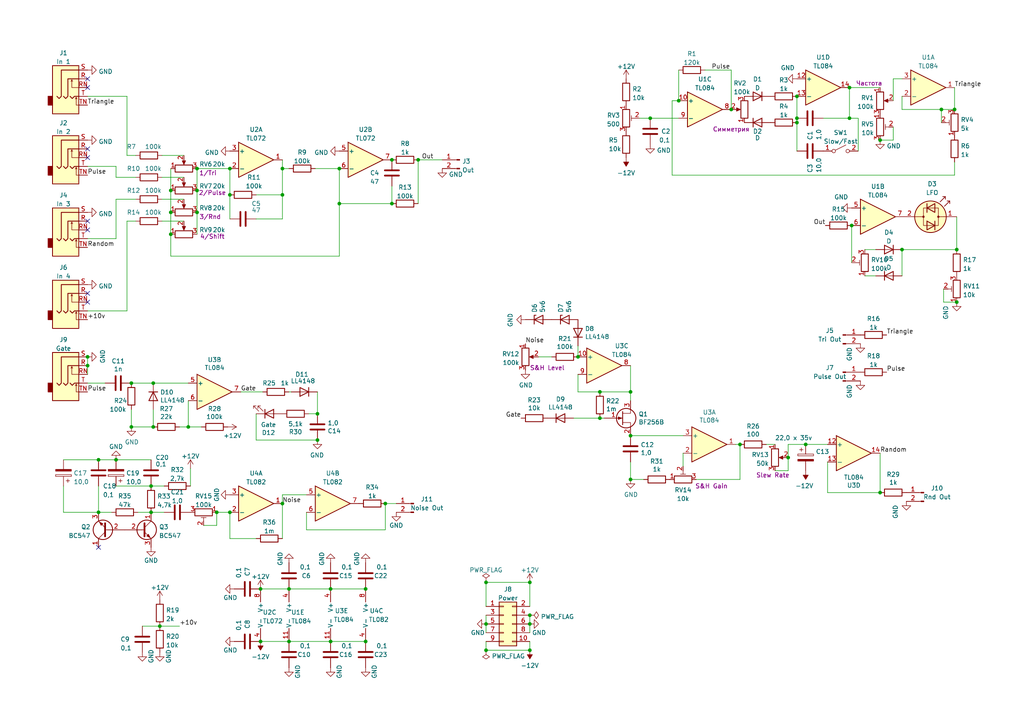
<source format=kicad_sch>
(kicad_sch (version 20211123) (generator eeschema)
  (paper "A4")
  (junction (at 38.1 123.825))
  (junction (at 98.425 48.895))
  (junction (at 255.27 40.64))
  (junction (at 44.45 111.125))
  (junction (at 113.665 46.355))
  (junction (at 43.815 140.97))
  (junction (at 83.82 186.055))
  (junction (at 182.88 126.365))
  (junction (at 153.67 168.91))
  (junction (at 75.565 186.055))
  (junction (at 182.88 113.665))
  (junction (at 28.575 148.59))
  (junction (at 66.675 148.59))
  (junction (at 276.86 31.75))
  (junction (at 106.045 170.815))
  (junction (at 75.565 170.815))
  (junction (at 92.075 120.015))
  (junction (at 98.425 59.055))
  (junction (at 231.14 35.56))
  (junction (at 153.67 178.435))
  (junction (at 277.495 72.39))
  (junction (at 173.99 121.285))
  (junction (at 113.665 59.055))
  (junction (at 54.61 123.825))
  (junction (at 153.67 188.595))
  (junction (at 255.27 142.875))
  (junction (at 25.4 106.045))
  (junction (at 214.63 128.905))
  (junction (at 46.355 181.61))
  (junction (at 261.62 72.39))
  (junction (at 28.575 133.35))
  (junction (at 188.595 34.29))
  (junction (at 81.915 146.05))
  (junction (at 81.915 48.895))
  (junction (at 49.53 55.245))
  (junction (at 246.38 34.29))
  (junction (at 57.15 61.595))
  (junction (at 95.885 170.815))
  (junction (at 231.14 34.29))
  (junction (at 246.38 25.4))
  (junction (at 277.495 87.63))
  (junction (at 228.6 132.715))
  (junction (at 25.4 103.505))
  (junction (at 57.15 48.895))
  (junction (at 231.14 27.94))
  (junction (at 49.53 67.945))
  (junction (at 121.285 46.355))
  (junction (at 81.915 56.515))
  (junction (at 66.675 56.515))
  (junction (at 62.865 148.59))
  (junction (at 140.97 168.91))
  (junction (at 38.1 111.125))
  (junction (at 66.675 48.895))
  (junction (at 153.67 180.975))
  (junction (at 49.53 61.595))
  (junction (at 140.97 180.975))
  (junction (at 196.85 29.21))
  (junction (at 273.05 31.75))
  (junction (at 57.15 55.245))
  (junction (at 212.09 31.75))
  (junction (at 33.655 133.35))
  (junction (at 173.99 113.665))
  (junction (at 111.76 146.05))
  (junction (at 233.68 128.905))
  (junction (at 95.885 186.055))
  (junction (at 167.64 103.505))
  (junction (at 43.815 148.59))
  (junction (at 92.075 127.635))
  (junction (at 247.015 65.405))
  (junction (at 182.88 139.065))
  (junction (at 106.045 186.055))
  (junction (at 140.97 188.595))
  (junction (at 83.82 170.815))
  (junction (at 44.45 123.825))
  (no_connect (at 25.4 66.675))
  (no_connect (at 25.4 25.4))
  (no_connect (at 25.4 64.135))
  (no_connect (at 25.4 22.86))
  (no_connect (at 25.4 45.72))
  (no_connect (at 25.4 43.18))
  (no_connect (at 28.575 158.75))
  (no_connect (at 25.4 87.63))
  (no_connect (at 25.4 85.09))
  (wire (pts (xy 238.76 34.29) (xy 246.38 34.29)))
  (wire (pts (xy 28.575 148.59) (xy 32.385 148.59)))
  (wire (pts (xy 276.86 50.8) (xy 194.945 50.8)))
  (wire (pts (xy 33.655 69.215) (xy 25.4 69.215)))
  (wire (pts (xy 49.53 55.245) (xy 49.53 61.595)))
  (wire (pts (xy 196.85 20.32) (xy 196.85 29.21)))
  (wire (pts (xy 89.535 120.015) (xy 92.075 120.015)))
  (wire (pts (xy 222.25 128.905) (xy 224.79 128.905)))
  (wire (pts (xy 194.945 29.21) (xy 196.85 29.21)))
  (wire (pts (xy 224.79 136.525) (xy 228.6 136.525)))
  (wire (pts (xy 213.36 128.905) (xy 214.63 128.905)))
  (wire (pts (xy 233.68 128.905) (xy 240.03 128.905)))
  (wire (pts (xy 54.61 116.205) (xy 54.61 123.825)))
  (wire (pts (xy 66.675 156.21) (xy 66.675 148.59)))
  (wire (pts (xy 231.14 27.94) (xy 231.14 34.29)))
  (wire (pts (xy 153.67 186.055) (xy 153.67 188.595)))
  (wire (pts (xy 111.76 146.05) (xy 114.935 146.05)))
  (wire (pts (xy 247.015 65.405) (xy 247.015 76.2)))
  (wire (pts (xy 57.15 61.595) (xy 57.15 67.945)))
  (wire (pts (xy 33.655 133.35) (xy 28.575 133.35)))
  (wire (pts (xy 75.565 186.055) (xy 83.82 186.055)))
  (wire (pts (xy 261.62 72.39) (xy 277.495 72.39)))
  (wire (pts (xy 261.62 31.75) (xy 273.05 31.75)))
  (wire (pts (xy 140.97 180.975) (xy 140.97 183.515)))
  (wire (pts (xy 111.76 146.05) (xy 111.76 153.67)))
  (wire (pts (xy 81.915 146.05) (xy 81.915 156.21)))
  (wire (pts (xy 81.915 63.5) (xy 81.915 56.515)))
  (wire (pts (xy 49.53 67.945) (xy 49.53 74.295)))
  (wire (pts (xy 43.815 140.97) (xy 47.625 140.97)))
  (wire (pts (xy 261.62 22.86) (xy 259.08 22.86)))
  (wire (pts (xy 39.37 51.435) (xy 33.655 51.435)))
  (wire (pts (xy 140.97 178.435) (xy 140.97 180.975)))
  (wire (pts (xy 276.86 46.99) (xy 276.86 50.8)))
  (wire (pts (xy 95.885 170.815) (xy 106.045 170.815)))
  (wire (pts (xy 167.64 108.585) (xy 167.64 113.665)))
  (wire (pts (xy 59.055 152.4) (xy 62.865 152.4)))
  (wire (pts (xy 198.12 131.445) (xy 198.12 135.255)))
  (wire (pts (xy 228.6 128.905) (xy 228.6 132.715)))
  (wire (pts (xy 33.655 57.785) (xy 33.655 69.215)))
  (wire (pts (xy 46.99 64.135) (xy 53.34 64.135)))
  (wire (pts (xy 33.655 48.26) (xy 25.4 48.26)))
  (wire (pts (xy 259.08 36.83) (xy 259.08 40.64)))
  (wire (pts (xy 204.47 20.32) (xy 212.09 20.32)))
  (wire (pts (xy 212.09 20.32) (xy 212.09 31.75)))
  (wire (pts (xy 74.295 63.5) (xy 81.915 63.5)))
  (wire (pts (xy 273.685 87.63) (xy 277.495 87.63)))
  (wire (pts (xy 46.99 57.785) (xy 53.34 57.785)))
  (wire (pts (xy 240.03 142.875) (xy 255.27 142.875)))
  (wire (pts (xy 74.295 127.635) (xy 92.075 127.635)))
  (wire (pts (xy 49.53 61.595) (xy 49.53 67.945)))
  (wire (pts (xy 111.76 153.67) (xy 88.9 153.67)))
  (wire (pts (xy 153.67 168.91) (xy 153.67 175.895)))
  (wire (pts (xy 38.1 123.825) (xy 44.45 123.825)))
  (wire (pts (xy 36.83 64.135) (xy 36.83 90.17)))
  (wire (pts (xy 95.885 186.055) (xy 106.045 186.055)))
  (wire (pts (xy 121.285 46.355) (xy 128.27 46.355)))
  (wire (pts (xy 46.355 181.61) (xy 52.07 181.61)))
  (wire (pts (xy 74.295 120.015) (xy 74.295 127.635)))
  (wire (pts (xy 113.665 53.975) (xy 113.665 59.055)))
  (wire (pts (xy 40.005 148.59) (xy 43.815 148.59)))
  (wire (pts (xy 233.68 128.905) (xy 228.6 128.905)))
  (wire (pts (xy 83.82 186.055) (xy 95.885 186.055)))
  (wire (pts (xy 185.42 34.29) (xy 188.595 34.29)))
  (wire (pts (xy 83.82 170.815) (xy 95.885 170.815)))
  (wire (pts (xy 167.64 103.505) (xy 167.64 100.33)))
  (wire (pts (xy 231.14 35.56) (xy 231.14 43.815)))
  (wire (pts (xy 75.565 170.815) (xy 83.82 170.815)))
  (wire (pts (xy 39.37 45.085) (xy 36.83 45.085)))
  (wire (pts (xy 182.88 126.365) (xy 198.12 126.365)))
  (wire (pts (xy 46.99 45.085) (xy 53.34 45.085)))
  (wire (pts (xy 175.26 121.285) (xy 173.99 121.285)))
  (wire (pts (xy 57.15 55.245) (xy 57.15 61.595)))
  (wire (pts (xy 167.64 113.665) (xy 173.99 113.665)))
  (wire (pts (xy 44.45 123.825) (xy 44.45 118.745)))
  (wire (pts (xy 36.83 90.17) (xy 25.4 90.17)))
  (wire (pts (xy 246.38 25.4) (xy 255.27 25.4)))
  (wire (pts (xy 140.97 188.595) (xy 140.97 186.055)))
  (wire (pts (xy 49.53 74.295) (xy 98.425 74.295)))
  (wire (pts (xy 166.37 121.285) (xy 173.99 121.285)))
  (wire (pts (xy 57.15 48.895) (xy 66.675 48.895)))
  (wire (pts (xy 81.915 143.51) (xy 81.915 146.05)))
  (wire (pts (xy 74.295 156.21) (xy 66.675 156.21)))
  (wire (pts (xy 153.67 178.435) (xy 153.67 180.975)))
  (wire (pts (xy 140.97 175.895) (xy 140.97 168.91)))
  (wire (pts (xy 273.05 31.75) (xy 273.05 35.56)))
  (wire (pts (xy 39.37 64.135) (xy 36.83 64.135)))
  (wire (pts (xy 98.425 48.895) (xy 98.425 59.055)))
  (wire (pts (xy 88.9 153.67) (xy 88.9 148.59)))
  (wire (pts (xy 62.865 148.59) (xy 66.675 148.59)))
  (wire (pts (xy 28.575 140.97) (xy 28.575 148.59)))
  (wire (pts (xy 173.99 113.665) (xy 182.88 113.665)))
  (wire (pts (xy 46.99 51.435) (xy 53.34 51.435)))
  (wire (pts (xy 58.42 123.825) (xy 54.61 123.825)))
  (wire (pts (xy 246.38 34.29) (xy 248.92 34.29)))
  (wire (pts (xy 121.285 46.355) (xy 121.285 59.055)))
  (wire (pts (xy 36.83 27.94) (xy 25.4 27.94)))
  (wire (pts (xy 88.9 143.51) (xy 81.915 143.51)))
  (wire (pts (xy 240.03 133.985) (xy 240.03 142.875)))
  (wire (pts (xy 49.53 48.895) (xy 49.53 55.245)))
  (wire (pts (xy 255.27 40.64) (xy 259.08 40.64)))
  (wire (pts (xy 248.92 43.815) (xy 248.92 34.29)))
  (wire (pts (xy 18.415 140.97) (xy 18.415 148.59)))
  (wire (pts (xy 246.38 34.29) (xy 246.38 25.4)))
  (wire (pts (xy 43.815 148.59) (xy 47.625 148.59)))
  (wire (pts (xy 250.825 72.39) (xy 254 72.39)))
  (wire (pts (xy 41.275 181.61) (xy 46.355 181.61)))
  (wire (pts (xy 52.07 123.825) (xy 54.61 123.825)))
  (wire (pts (xy 153.67 180.975) (xy 153.67 183.515)))
  (wire (pts (xy 273.05 31.75) (xy 276.86 31.75)))
  (wire (pts (xy 214.63 128.905) (xy 214.63 139.065)))
  (wire (pts (xy 98.425 59.055) (xy 113.665 59.055)))
  (wire (pts (xy 66.675 48.895) (xy 66.675 56.515)))
  (wire (pts (xy 228.6 132.715) (xy 228.6 136.525)))
  (wire (pts (xy 18.415 133.35) (xy 28.575 133.35)))
  (wire (pts (xy 91.44 48.895) (xy 98.425 48.895)))
  (wire (pts (xy 194.945 50.8) (xy 194.945 29.21)))
  (wire (pts (xy 182.88 113.665) (xy 182.88 106.045)))
  (wire (pts (xy 92.075 113.665) (xy 92.075 120.015)))
  (wire (pts (xy 261.62 72.39) (xy 261.62 80.01)))
  (wire (pts (xy 62.865 152.4) (xy 62.865 148.59)))
  (wire (pts (xy 156.21 103.505) (xy 160.02 103.505)))
  (wire (pts (xy 83.82 113.665) (xy 84.455 113.665)))
  (wire (pts (xy 276.86 31.75) (xy 276.86 25.4)))
  (wire (pts (xy 33.655 51.435) (xy 33.655 48.26)))
  (wire (pts (xy 25.4 103.505) (xy 25.4 106.045)))
  (wire (pts (xy 81.915 56.515) (xy 74.295 56.515)))
  (wire (pts (xy 81.915 48.895) (xy 83.82 48.895)))
  (wire (pts (xy 188.595 34.29) (xy 196.85 34.29)))
  (wire (pts (xy 81.915 46.355) (xy 81.915 48.895)))
  (wire (pts (xy 57.15 48.895) (xy 57.15 55.245)))
  (wire (pts (xy 259.08 22.86) (xy 259.08 29.21)))
  (wire (pts (xy 44.45 111.125) (xy 38.1 111.125)))
  (wire (pts (xy 33.655 140.97) (xy 43.815 140.97)))
  (wire (pts (xy 231.14 34.29) (xy 231.14 35.56)))
  (wire (pts (xy 201.93 139.065) (xy 214.63 139.065)))
  (wire (pts (xy 33.655 133.35) (xy 43.815 133.35)))
  (wire (pts (xy 81.915 48.895) (xy 81.915 56.515)))
  (wire (pts (xy 36.83 45.085) (xy 36.83 27.94)))
  (wire (pts (xy 277.495 62.865) (xy 277.495 72.39)))
  (wire (pts (xy 153.67 188.595) (xy 140.97 188.595)))
  (wire (pts (xy 66.675 56.515) (xy 66.675 63.5)))
  (wire (pts (xy 255.27 142.875) (xy 255.27 131.445)))
  (wire (pts (xy 18.415 148.59) (xy 28.575 148.59)))
  (wire (pts (xy 98.425 59.055) (xy 98.425 74.295)))
  (wire (pts (xy 25.4 111.125) (xy 30.48 111.125)))
  (wire (pts (xy 140.97 168.91) (xy 153.67 168.91)))
  (wire (pts (xy 182.88 139.065) (xy 182.88 133.985)))
  (wire (pts (xy 54.61 111.125) (xy 44.45 111.125)))
  (wire (pts (xy 186.69 139.065) (xy 182.88 139.065)))
  (wire (pts (xy 273.685 83.82) (xy 273.685 87.63)))
  (wire (pts (xy 38.1 118.745) (xy 38.1 123.825)))
  (wire (pts (xy 55.245 135.89) (xy 55.245 140.97)))
  (wire (pts (xy 182.88 116.205) (xy 182.88 113.665)))
  (wire (pts (xy 250.825 80.01) (xy 254 80.01)))
  (wire (pts (xy 39.37 57.785) (xy 33.655 57.785)))
  (wire (pts (xy 25.4 106.045) (xy 25.4 108.585)))
  (wire (pts (xy 69.85 113.665) (xy 76.2 113.665)))
  (wire (pts (xy 261.62 27.94) (xy 261.62 31.75)))
  (label "+10v" (at 25.4 92.71 0))
  (label "Gate" (at 151.13 121.285 180))
  (label "Gate" (at 69.85 113.665 0))
  (label "Pulse" (at 257.175 107.95 0))
  (label "Pulse" (at 25.4 50.8 0))
  (label "Random" (at 255.27 131.445 0))
  (label "Noise" (at 152.4 99.695 0))
  (label "Out" (at 239.395 65.405 180))
  (label "Triangle" (at 25.4 30.48 0))
  (label "Noise" (at 81.915 146.05 0))
  (label "Triangle" (at 257.175 97.155 0))
  (label "Pulse" (at 25.4 113.665 0))
  (label "Triangle" (at 276.86 25.4 0))
  (label "Out" (at 125.73 46.355 180))
  (label "Pulse" (at 206.375 20.32 0))
  (label "+10v" (at 52.07 181.61 0))
  (label "Random" (at 25.4 71.755 0))
  (symbol (lib_id "power:GND") (at 83.82 193.675 0) (unit 1)
    (property "Reference" "#PWR029" (effects hide))
    (property "Value" "GND" (at 86.36 196.85 90) (effects (justify left)))
  )
  (symbol (lib_id "power:GND") (at 25.4 61.595 90) (unit 1)
    (property "Reference" "#PWR012" (effects hide))
    (property "Value" "GND" (at 28.575 62.0288 90) (effects (justify right)))
  )
  (symbol (lib_id "Device:R_Potentiometer") (at 53.34 67.945 90) (unit 1)
    (property "Reference" "RV9" (at 59.69 66.675 90))
    (property "Value" "20k" (at 63.5 66.675 90))
    (property "Footprint" "Connector_PinHeader_2.54mm:PinHeader_1x03_P2.54mm_Vertical" (effects hide))
    (property "Label" "4/Shift" (at 61.595 68.58 90))
  )
  (symbol (lib_id "Amplifier_Operational:TL072") (at 74.295 46.355 0) (unit 1)
    (property "Reference" "U2" (at 74.295 37.5752 0))
    (property "Value" "TL072" (at 74.295 40.1121 0))
    (property "Footprint" "Package_DIP:DIP-8_W7.62mm_Socket_LongPads" (effects hide))
    (property "Datasheet" "http://www.ti.com/lit/ds/symlink/tl071.pdf" (effects hide))
  )
  (symbol (lib_id "power:GND") (at 114.935 148.59 0) (unit 1)
    (property "Reference" "#PWR044" (effects hide))
    (property "Value" "GND" (at 114.935 152.4 0))
  )
  (symbol (lib_id "Device:R") (at 70.485 56.515 90) (unit 1)
    (property "Reference" "R11" (at 73.66 51.435 90))
    (property "Value" "100k" (at 73.66 53.975 90))
    (property "Footprint" "Resistor_SMD:R_1206_3216Metric_Pad1.30x1.75mm_HandSolder" (effects hide))
  )
  (symbol (lib_id "Amplifier_Operational:TL084") (at 254.635 62.865 0) (unit 2)
    (property "Reference" "U1" (at 254.635 54.0852 0))
    (property "Value" "TL084" (at 254.635 56.6221 0))
    (property "Footprint" "Package_DIP:DIP-14_W7.62mm_Socket_LongPads" (effects hide))
    (property "Datasheet" "http://www.ti.com/lit/ds/symlink/tl081.pdf" (effects hide))
  )
  (symbol (lib_id "Device:R_Potentiometer_Trim") (at 59.055 148.59 270) (unit 1)
    (property "Reference" "RV15" (at 59.055 143.8742 90))
    (property "Value" "100k" (at 59.055 146.4111 90))
    (property "Footprint" "Potentiometer_THT:Potentiometer_Runtron_RM-065_Vertical" (effects hide))
  )
  (symbol (lib_id "Device:R") (at 227.33 27.94 90) (unit 1)
    (property "Reference" "R3" (at 227.33 23.2242 90))
    (property "Value" "1k" (at 227.33 25.7611 90))
    (property "Footprint" "Resistor_SMD:R_1206_3216Metric_Pad1.30x1.75mm_HandSolder" (effects hide))
  )
  (symbol (lib_id "power:-12V") (at 181.61 45.72 180) (unit 1)
    (property "Reference" "#PWR09" (effects hide))
    (property "Value" "-12V" (at 181.61 50.1634 0))
  )
  (symbol (lib_id "Device:R") (at 38.1 114.935 0) (unit 1)
    (property "Reference" "R24" (at 33.02 116.205 0) (effects (justify left)))
    (property "Value" "100k" (at 31.75 118.745 0) (effects (justify left)))
    (property "Footprint" "Resistor_SMD:R_1206_3216Metric_Pad1.30x1.75mm_HandSolder" (effects hide))
  )
  (symbol (lib_id "Amplifier_Operational:TL084") (at 98.425 178.435 0) (unit 5)
    (property "Reference" "U3" (at 99.06 177.165 0))
    (property "Value" "TL084" (at 99.695 179.705 0))
    (property "Footprint" "Package_DIP:DIP-14_W7.62mm_Socket_LongPads" (effects hide))
    (property "Datasheet" "http://www.ti.com/lit/ds/symlink/tl081.pdf" (effects hide))
  )
  (symbol (lib_id "power:GND") (at 43.815 158.75 0) (unit 1)
    (property "Reference" "#PWR045" (effects hide))
    (property "Value" "GND" (at 43.815 162.56 0))
  )
  (symbol (lib_id "Device:R") (at 43.815 144.78 0) (unit 1)
    (property "Reference" "R33" (at 45.593 143.9453 0) (effects (justify left)))
    (property "Value" "4,7k" (at 45.593 146.4822 0) (effects (justify left)))
    (property "Footprint" "Resistor_SMD:R_1206_3216Metric_Pad1.30x1.75mm_HandSolder" (effects hide))
  )
  (symbol (lib_id "Device:R") (at 43.18 45.085 90) (unit 1)
    (property "Reference" "R7" (at 38.1 42.545 90))
    (property "Value" "100k" (at 44.45 42.545 90))
    (property "Footprint" "Resistor_SMD:R_1206_3216Metric_Pad1.30x1.75mm_HandSolder" (effects hide))
  )
  (symbol (lib_id "Transistor_BJT:BC547") (at 41.275 153.67 0) (unit 1)
    (property "Reference" "Q3" (at 46.1264 152.8353 0) (effects (justify left)))
    (property "Value" "BC547" (at 46.1264 155.3722 0) (effects (justify left)))
    (property "Footprint" "Package_TO_SOT_THT:TO-92" (effects hide))
    (property "Datasheet" "https://www.onsemi.com/pub/Collateral/BC550-D.pdf" (effects hide))
  )
  (symbol (lib_id "Device:R") (at 154.94 121.285 270) (unit 1)
    (property "Reference" "R23" (at 154.94 116.0272 90))
    (property "Value" "10k" (at 154.94 118.3386 90))
    (property "Footprint" "Resistor_SMD:R_1206_3216Metric_Pad1.30x1.75mm_HandSolder" (effects hide))
  )
  (symbol (lib_id "power:GND") (at 25.4 20.32 90) (unit 1)
    (property "Reference" "#PWR01" (effects hide))
    (property "Value" "GND" (at 28.575 20.7538 90) (effects (justify right)))
  )
  (symbol (lib_id "Device:C") (at 106.045 167.005 0) (unit 1)
    (property "Reference" "C22" (at 112.395 167.005 0) (effects (justify right)))
    (property "Value" "0,1" (at 112.395 164.465 0) (effects (justify right)))
    (property "Footprint" "Capacitor_SMD:C_1206_3216Metric_Pad1.33x1.80mm_HandSolder" (effects hide))
  )
  (symbol (lib_id "Device:R") (at 253.365 97.155 90) (unit 1)
    (property "Reference" "R16" (at 253.365 92.4392 90))
    (property "Value" "1k" (at 253.365 94.9761 90))
    (property "Footprint" "Resistor_SMD:R_1206_3216Metric_Pad1.30x1.75mm_HandSolder" (effects hide))
  )
  (symbol (lib_id "Connector:Conn_01x02_Male") (at 267.97 142.875 0) (mirror y) (unit 1)
    (property "Reference" "J10" (at 271.78 141.605 0))
    (property "Value" "Rnd Out" (at 271.78 144.145 0))
    (property "Footprint" "Connector_PinHeader_2.54mm:PinHeader_1x02_P2.54mm_Vertical" (effects hide))
  )
  (symbol (lib_id "power:GND") (at 106.045 193.675 0) (unit 1)
    (property "Reference" "#PWR047" (effects hide))
    (property "Value" "GND" (at 108.585 196.85 90) (effects (justify left)))
  )
  (symbol (lib_id "Device:R") (at 51.435 140.97 90) (unit 1)
    (property "Reference" "R32" (at 51.435 136.2542 90))
    (property "Value" "2,7k" (at 51.435 138.7911 90))
    (property "Footprint" "Resistor_SMD:R_1206_3216Metric_Pad1.30x1.75mm_HandSolder" (effects hide))
  )
  (symbol (lib_id "Device:C") (at 95.885 167.005 0) (unit 1)
    (property "Reference" "C15" (at 102.235 167.005 0) (effects (justify right)))
    (property "Value" "0,1" (at 102.235 164.465 0) (effects (justify right)))
    (property "Footprint" "Capacitor_SMD:C_1206_3216Metric_Pad1.33x1.80mm_HandSolder" (effects hide))
  )
  (symbol (lib_id "Device:R") (at 46.355 177.8 0) (unit 1)
    (property "Reference" "R19" (at 48.133 176.9653 0) (effects (justify left)))
    (property "Value" "2k" (at 48.133 179.5022 0) (effects (justify left)))
    (property "Footprint" "Resistor_SMD:R_1206_3216Metric_Pad1.30x1.75mm_HandSolder" (effects hide))
  )
  (symbol (lib_id "power:GND") (at 182.88 139.065 0) (unit 1)
    (property "Reference" "#PWR035" (effects hide))
    (property "Value" "GND" (at 183.007 143.4592 0))
  )
  (symbol (lib_id "Device:R") (at 190.5 139.065 270) (unit 1)
    (property "Reference" "R31" (at 190.5 133.8072 90))
    (property "Value" "1k" (at 190.5 136.1186 90))
    (property "Footprint" "Resistor_SMD:R_1206_3216Metric_Pad1.30x1.75mm_HandSolder" (effects hide))
  )
  (symbol (lib_id "Device:R") (at 43.18 57.785 90) (unit 1)
    (property "Reference" "R12" (at 38.735 55.245 90))
    (property "Value" "100k" (at 44.45 55.245 90))
    (property "Footprint" "Resistor_SMD:R_1206_3216Metric_Pad1.30x1.75mm_HandSolder" (effects hide))
  )
  (symbol (lib_id "Device:D_Zener") (at 163.83 92.71 0) (unit 1)
    (property "Reference" "D7" (at 162.6616 90.7034 90) (effects (justify left)))
    (property "Value" "5v6" (at 164.973 90.7034 90) (effects (justify left)))
    (property "Footprint" "Diode_SMD:D_MiniMELF_Handsoldering" (effects hide))
  )
  (symbol (lib_id "Device:R") (at 218.44 128.905 270) (unit 1)
    (property "Reference" "R26" (at 218.44 123.6472 90))
    (property "Value" "100" (at 218.44 125.9586 90))
    (property "Footprint" "Resistor_SMD:R_1206_3216Metric_Pad1.30x1.75mm_HandSolder" (effects hide))
  )
  (symbol (lib_id "Device:Q_NJFET_GSD") (at 180.34 121.285 0) (unit 1)
    (property "Reference" "Q1" (at 185.1914 120.1166 0) (effects (justify left)))
    (property "Value" "BF256B" (at 185.1914 122.428 0) (effects (justify left)))
    (property "Footprint" "Package_TO_SOT_THT:TO-92" (effects hide))
  )
  (symbol (lib_id "Device:C") (at 51.435 148.59 90) (unit 1)
    (property "Reference" "C21" (at 51.435 142.7312 90))
    (property "Value" "1,0" (at 51.435 145.2681 90))
    (property "Footprint" "Capacitor_SMD:C_1206_3216Metric_Pad1.33x1.80mm_HandSolder" (effects hide))
  )
  (symbol (lib_id "Device:R") (at 253.365 107.95 90) (unit 1)
    (property "Reference" "R18" (at 253.365 103.2342 90))
    (property "Value" "1k" (at 253.365 105.7711 90))
    (property "Footprint" "Resistor_SMD:R_1206_3216Metric_Pad1.30x1.75mm_HandSolder" (effects hide))
  )
  (symbol (lib_id "power:GND") (at 66.675 143.51 270) (unit 1)
    (property "Reference" "#PWR042" (effects hide))
    (property "Value" "GND" (at 62.865 143.51 0))
  )
  (symbol (lib_id "power:+12V") (at 75.565 170.815 0) (unit 1)
    (property "Reference" "#PWR020" (effects hide))
    (property "Value" "+12V" (at 75.565 167.2392 0))
  )
  (symbol (lib_id "Device:R") (at 117.475 46.355 90) (unit 1)
    (property "Reference" "R8" (at 117.475 41.6392 90))
    (property "Value" "1k" (at 117.475 44.1761 90))
    (property "Footprint" "Resistor_SMD:R_1206_3216Metric_Pad1.30x1.75mm_HandSolder" (effects hide))
  )
  (symbol (lib_id "Amplifier_Operational:TL084") (at 175.26 106.045 0) (unit 3)
    (property "Reference" "U3" (at 180.34 100.33 0))
    (property "Value" "TL084" (at 180.34 102.87 0))
    (property "Footprint" "Package_DIP:DIP-14_W7.62mm_Socket_LongPads" (effects hide))
    (property "Datasheet" "http://www.ti.com/lit/ds/symlink/tl081.pdf" (effects hide))
  )
  (symbol (lib_id "Connector:Conn_01x02_Male") (at 244.475 97.155 0) (unit 1)
    (property "Reference" "J5" (at 240.665 95.885 0))
    (property "Value" "Tri Out" (at 240.665 98.425 0))
    (property "Footprint" "Connector_PinHeader_2.54mm:PinHeader_1x02_P2.54mm_Vertical" (effects hide))
  )
  (symbol (lib_id "power:-12V") (at 233.68 136.525 180) (unit 1)
    (property "Reference" "#PWR034" (effects hide))
    (property "Value" "-12V" (at 233.299 140.9192 0))
  )
  (symbol (lib_id "power:GND") (at 152.4 107.315 0) (unit 1)
    (property "Reference" "#PWR031" (effects hide))
    (property "Value" "GND" (at 152.527 111.7092 0))
  )
  (symbol (lib_id "Device:R") (at 48.26 123.825 270) (unit 1)
    (property "Reference" "R27" (at 48.26 118.5672 90))
    (property "Value" "22k" (at 48.26 120.8786 90))
    (property "Footprint" "Resistor_SMD:R_1206_3216Metric_Pad1.30x1.75mm_HandSolder" (effects hide))
  )
  (symbol (lib_id "power:GND") (at 67.945 170.815 270) (unit 1)
    (property "Reference" "#PWR019" (effects hide))
    (property "Value" "GND" (at 64.77 173.355 90) (effects (justify left)))
  )
  (symbol (lib_id "Connector:AudioJack3_SwitchTR") (at 20.32 22.86 0) (unit 1)
    (property "Reference" "J1" (at 18.415 15.3502 0))
    (property "Value" "In 1" (at 18.415 17.8871 0))
    (property "Footprint" "Connector_Audio:Jack_3.5mm_CUI_SJ1-3525N_Horizontal" (effects hide))
  )
  (symbol (lib_id "Connector:AudioJack3_SwitchTR") (at 20.32 85.09 0) (unit 1)
    (property "Reference" "J6" (at 18.415 77.5802 0))
    (property "Value" "In 4" (at 18.415 80.1171 0))
    (property "Footprint" "Connector_Audio:Jack_3.5mm_CUI_SJ1-3525N_Horizontal" (effects hide))
  )
  (symbol (lib_id "Connector:AudioJack3_SwitchTR") (at 20.32 106.045 0) (unit 1)
    (property "Reference" "J9" (at 18.415 98.5352 0))
    (property "Value" "Gate" (at 18.415 101.0721 0))
    (property "Footprint" "Connector_Audio:Jack_3.5mm_CUI_SJ1-3525N_Horizontal" (effects hide))
  )
  (symbol (lib_id "Device:R") (at 117.475 59.055 90) (unit 1)
    (property "Reference" "R13" (at 117.475 54.3392 90))
    (property "Value" "100k" (at 117.475 56.8761 90))
    (property "Footprint" "Resistor_SMD:R_1206_3216Metric_Pad1.30x1.75mm_HandSolder" (effects hide))
  )
  (symbol (lib_id "Device:C") (at 83.82 167.005 0) (unit 1)
    (property "Reference" "C6" (at 90.17 167.005 0) (effects (justify right)))
    (property "Value" "0,1" (at 90.17 164.465 0) (effects (justify right)))
    (property "Footprint" "Capacitor_SMD:C_1206_3216Metric_Pad1.33x1.80mm_HandSolder" (effects hide))
  )
  (symbol (lib_id "Amplifier_Operational:TL084") (at 205.74 128.905 0) (unit 1)
    (property "Reference" "U3" (at 205.74 119.5832 0))
    (property "Value" "TL084" (at 205.74 121.8946 0))
    (property "Footprint" "Package_DIP:DIP-14_W7.62mm_Socket_LongPads" (effects hide))
    (property "Datasheet" "http://www.ti.com/lit/ds/symlink/tl081.pdf" (effects hide))
  )
  (symbol (lib_id "Device:R") (at 36.195 148.59 90) (unit 1)
    (property "Reference" "R35" (at 36.195 143.8742 90))
    (property "Value" "47k" (at 36.195 146.4111 90))
    (property "Footprint" "Resistor_SMD:R_1206_3216Metric_Pad1.30x1.75mm_HandSolder" (effects hide))
  )
  (symbol (lib_id "Device:C") (at 188.595 38.1 180) (unit 1)
    (property "Reference" "C2" (at 191.77 38.1 0) (effects (justify right)))
    (property "Value" "0,1" (at 191.135 40.64 0) (effects (justify right)))
    (property "Footprint" "Capacitor_SMD:C_1206_3216Metric_Pad1.33x1.80mm_HandSolder" (effects hide))
  )
  (symbol (lib_id "Device:R") (at 259.08 142.875 270) (unit 1)
    (property "Reference" "R29" (at 259.08 137.6172 90))
    (property "Value" "1k" (at 259.08 139.9286 90))
    (property "Footprint" "Resistor_SMD:R_1206_3216Metric_Pad1.30x1.75mm_HandSolder" (effects hide))
  )
  (symbol (lib_id "Device:C") (at 34.29 111.125 270) (unit 1)
    (property "Reference" "C11" (at 34.29 104.7242 90))
    (property "Value" "1n" (at 34.29 107.0356 90))
    (property "Footprint" "Capacitor_SMD:C_1206_3216Metric_Pad1.33x1.80mm_HandSolder" (effects hide))
  )
  (symbol (lib_id "Device:C_Polarized") (at 33.655 137.16 180) (unit 1)
    (property "Reference" "C19" (at 36.576 137.2143 0) (effects (justify right)))
    (property "Value" "10,0" (at 36.576 139.7512 0) (effects (justify right)))
    (property "Footprint" "Capacitor_SMD:CP_Elec_4x5.4" (effects hide))
  )
  (symbol (lib_id "power:GND") (at 247.015 60.325 270) (unit 1)
    (property "Reference" "#PWR011" (effects hide))
    (property "Value" "GND" (at 241.935 57.15 90) (effects (justify left)))
  )
  (symbol (lib_id "Device:R") (at 163.83 103.505 270) (unit 1)
    (property "Reference" "R21" (at 163.83 98.2472 90))
    (property "Value" "100k" (at 163.83 100.5586 90))
    (property "Footprint" "Resistor_SMD:R_1206_3216Metric_Pad1.30x1.75mm_HandSolder" (effects hide))
  )
  (symbol (lib_id "Device:C") (at 234.95 43.815 270) (unit 1)
    (property "Reference" "C3" (at 234.95 50.165 0) (effects (justify right)))
    (property "Value" "10,0" (at 237.49 50.165 0) (effects (justify right)))
    (property "Footprint" "Capacitor_SMD:C_0805_2012Metric_Pad1.18x1.45mm_HandSolder" (effects hide))
  )
  (symbol (lib_id "Device:R") (at 43.18 64.135 90) (unit 1)
    (property "Reference" "R14" (at 38.735 61.595 90))
    (property "Value" "100k" (at 44.45 61.595 90))
    (property "Footprint" "Resistor_SMD:R_1206_3216Metric_Pad1.30x1.75mm_HandSolder" (effects hide))
  )
  (symbol (lib_id "power:GND") (at 249.555 110.49 0) (unit 1)
    (property "Reference" "#PWR015" (effects hide))
    (property "Value" "GND" (at 246.38 115.57 90) (effects (justify left)))
  )
  (symbol (lib_id "Device:R") (at 43.18 51.435 90) (unit 1)
    (property "Reference" "R10" (at 38.735 48.895 90))
    (property "Value" "100k" (at 44.45 48.895 90))
    (property "Footprint" "Resistor_SMD:R_1206_3216Metric_Pad1.30x1.75mm_HandSolder" (effects hide))
  )
  (symbol (lib_id "Device:C") (at 113.665 50.165 180) (unit 1)
    (property "Reference" "C4" (at 107.315 50.165 0) (effects (justify right)))
    (property "Value" "47" (at 107.315 52.705 0) (effects (justify right)))
    (property "Footprint" "Capacitor_SMD:C_1206_3216Metric_Pad1.33x1.80mm_HandSolder" (effects hide))
  )
  (symbol (lib_id "Connector:AudioJack3_SwitchTR") (at 20.32 64.135 0) (unit 1)
    (property "Reference" "J4" (at 18.415 56.6252 0))
    (property "Value" "In 3" (at 18.415 59.1621 0))
    (property "Footprint" "Connector_Audio:Jack_3.5mm_CUI_SJ1-3525N_Horizontal" (effects hide))
  )
  (symbol (lib_id "power:GND") (at 41.275 189.23 0) (unit 1)
    (property "Reference" "#PWR027" (effects hide))
    (property "Value" "GND" (at 43.815 192.405 90) (effects (justify left)))
  )
  (symbol (lib_id "Amplifier_Operational:TL084") (at 204.47 31.75 0) (unit 3)
    (property "Reference" "U1" (at 204.47 22.9702 0))
    (property "Value" "TL084" (at 204.47 25.5071 0))
    (property "Footprint" "Package_DIP:DIP-14_W7.62mm_Socket_LongPads" (effects hide))
    (property "Datasheet" "http://www.ti.com/lit/ds/symlink/tl081.pdf" (effects hide))
  )
  (symbol (lib_id "Device:R") (at 87.63 48.895 90) (unit 1)
    (property "Reference" "R9" (at 87.63 44.1792 90))
    (property "Value" "100k" (at 87.63 46.7161 90))
    (property "Footprint" "Resistor_SMD:R_1206_3216Metric_Pad1.30x1.75mm_HandSolder" (effects hide))
  )
  (symbol (lib_id "power:GND") (at 152.4 92.71 270) (unit 1)
    (property "Reference" "#PWR030" (effects hide))
    (property "Value" "GND" (at 148.0058 92.837 0))
  )
  (symbol (lib_id "Device:LED") (at 78.105 120.015 0) (mirror x) (unit 1)
    (property "Reference" "D12" (at 77.8764 125.5014 0))
    (property "Value" "Gate" (at 77.8764 123.19 0))
    (property "Footprint" "LED_THT:LED_D3.0mm_Horizontal_O1.27mm_Z2.0mm" (effects hide))
  )
  (symbol (lib_id "Connector:Conn_01x02_Male") (at 133.35 46.355 0) (mirror y) (unit 1)
    (property "Reference" "J3" (at 134.0612 46.7903 0) (effects (justify right)))
    (property "Value" "Out" (at 134.0612 49.3272 0) (effects (justify right)))
    (property "Footprint" "Connector_PinHeader_2.54mm:PinHeader_1x02_P2.54mm_Vertical" (effects hide))
  )
  (symbol (lib_id "power:GND") (at 95.885 163.195 180) (unit 1)
    (property "Reference" "#PWR037" (effects hide))
    (property "Value" "GND" (at 93.345 160.02 90) (effects (justify left)))
  )
  (symbol (lib_id "power:PWR_FLAG") (at 140.97 188.595 180) (unit 1)
    (property "Reference" "#FLG0101" (effects hide))
    (property "Value" "PWR_FLAG" (at 142.621 190.2988 0) (effects (justify right)))
  )
  (symbol (lib_id "Device:C") (at 92.075 123.825 0) (mirror x) (unit 1)
    (property "Reference" "C14" (at 94.996 124.9934 0) (effects (justify left)))
    (property "Value" "1,0" (at 94.996 122.682 0) (effects (justify left)))
    (property "Footprint" "Capacitor_SMD:C_1206_3216Metric_Pad1.33x1.80mm_HandSolder" (effects hide))
  )
  (symbol (lib_id "Device:R") (at 78.105 156.21 90) (unit 1)
    (property "Reference" "R36" (at 78.105 151.4942 90))
    (property "Value" "1m" (at 78.105 154.0311 90))
    (property "Footprint" "Resistor_SMD:R_1206_3216Metric_Pad1.30x1.75mm_HandSolder" (effects hide))
  )
  (symbol (lib_id "Device:R_Potentiometer") (at 215.9 31.75 180) (unit 1)
    (property "Reference" "RV2" (at 212.725 24.13 0) (effects (justify right)))
    (property "Value" "100k" (at 212.725 26.67 0) (effects (justify right)))
    (property "Footprint" "Connector_PinHeader_2.54mm:PinHeader_1x03_P2.54mm_Vertical" (effects hide))
    (property "Лейбл" "Симметрия" (at 212.09 37.465 0))
  )
  (symbol (lib_id "Device:R") (at 173.99 117.475 0) (unit 1)
    (property "Reference" "R22" (at 175.768 116.3066 0) (effects (justify left)))
    (property "Value" "1m" (at 175.768 118.618 0) (effects (justify left)))
    (property "Footprint" "Resistor_SMD:R_1206_3216Metric_Pad1.30x1.75mm_HandSolder" (effects hide))
  )
  (symbol (lib_id "Device:D") (at 257.81 72.39 180) (unit 1)
    (property "Reference" "D4" (at 257.81 67.4202 0))
    (property "Value" "D" (at 257.81 69.9571 0))
    (property "Footprint" "Diode_SMD:D_MiniMELF_Handsoldering" (effects hide))
  )
  (symbol (lib_id "Device:R_Potentiometer_Trim") (at 250.825 76.2 180) (unit 1)
    (property "Reference" "RV10" (at 252.603 75.3653 0) (effects (justify right)))
    (property "Value" "100k" (at 252.603 77.9022 0) (effects (justify right)))
    (property "Footprint" "Potentiometer_THT:Potentiometer_Runtron_RM-065_Vertical" (effects hide))
  )
  (symbol (lib_id "power:+12V") (at 66.04 123.825 270) (unit 1)
    (property "Reference" "#PWR033" (effects hide))
    (property "Value" "+12V" (at 64.77 126.365 90) (effects (justify left)))
  )
  (symbol (lib_id "Device:LED_Dual_Bidirectional") (at 269.875 62.865 0) (unit 1)
    (property "Reference" "D3" (at 270.3703 53.3486 0))
    (property "Value" "LFO" (at 270.3703 55.8855 0))
    (property "Footprint" "LED_THT:LED_D3.0mm" (effects hide))
  )
  (symbol (lib_id "Device:C") (at 71.755 186.055 90) (unit 1)
    (property "Reference" "C8" (at 71.755 179.705 0) (effects (justify right)))
    (property "Value" "0,1" (at 69.215 179.705 0) (effects (justify right)))
    (property "Footprint" "Capacitor_SMD:C_1206_3216Metric_Pad1.33x1.80mm_HandSolder" (effects hide))
  )
  (symbol (lib_id "Amplifier_Operational:TL072") (at 106.045 46.355 0) (unit 2)
    (property "Reference" "U2" (at 106.045 37.5752 0))
    (property "Value" "TL072" (at 106.045 40.1121 0))
    (property "Footprint" "Package_DIP:DIP-8_W7.62mm_Socket_LongPads" (effects hide))
    (property "Datasheet" "http://www.ti.com/lit/ds/symlink/tl071.pdf" (effects hide))
  )
  (symbol (lib_id "Connector:Conn_01x02_Male") (at 120.015 146.05 0) (mirror y) (unit 1)
    (property "Reference" "J11" (at 123.825 144.78 0))
    (property "Value" "Noise Out" (at 123.825 147.32 0))
    (property "Footprint" "Connector_PinHeader_2.54mm:PinHeader_1x02_P2.54mm_Vertical" (effects hide))
  )
  (symbol (lib_id "power:+12V") (at 55.245 135.89 0) (unit 1)
    (property "Reference" "#PWR041" (effects hide))
    (property "Value" "+12V" (at 55.245 132.3142 0))
  )
  (symbol (lib_id "Diode:LL4148") (at 167.64 96.52 90) (unit 1)
    (property "Reference" "D8" (at 169.6466 95.3516 90) (effects (justify right)))
    (property "Value" "LL4148" (at 169.6466 97.663 90) (effects (justify right)))
    (property "Footprint" "Diode_SMD:D_MiniMELF_Handsoldering" (effects hide))
    (property "Datasheet" "http://www.vishay.com/docs/85557/ll4148.pdf" (effects hide))
  )
  (symbol (lib_id "power:GND") (at 95.885 193.675 0) (unit 1)
    (property "Reference" "#PWR038" (effects hide))
    (property "Value" "GND" (at 98.425 196.85 90) (effects (justify left)))
  )
  (symbol (lib_id "Device:R_Potentiometer_Trim") (at 277.495 83.82 180) (unit 1)
    (property "Reference" "RV11" (at 279.273 82.9853 0) (effects (justify right)))
    (property "Value" "10k" (at 279.273 85.5222 0) (effects (justify right)))
    (property "Footprint" "Potentiometer_THT:Potentiometer_Runtron_RM-065_Vertical" (effects hide))
  )
  (symbol (lib_id "power:GND") (at 188.595 41.91 0) (unit 1)
    (property "Reference" "#PWR06" (effects hide))
    (property "Value" "GND" (at 190.5 43.6138 0) (effects (justify left)))
  )
  (symbol (lib_id "power:GND") (at 153.67 180.975 90) (unit 1)
    (property "Reference" "#PWR023" (effects hide))
    (property "Value" "GND" (at 154.305 183.515 90) (effects (justify right)))
  )
  (symbol (lib_id "power:GND") (at 46.355 189.23 0) (unit 1)
    (property "Reference" "#PWR028" (effects hide))
    (property "Value" "GND" (at 48.895 192.405 90) (effects (justify left)))
  )
  (symbol (lib_id "Device:C") (at 182.88 130.175 0) (unit 1)
    (property "Reference" "C12" (at 185.801 129.0066 0) (effects (justify left)))
    (property "Value" "1,0" (at 185.801 131.318 0) (effects (justify left)))
    (property "Footprint" "Capacitor_SMD:C_1206_3216Metric_Pad1.33x1.80mm_HandSolder" (effects hide))
  )
  (symbol (lib_id "power:+12V") (at 46.355 173.99 0) (unit 1)
    (property "Reference" "#PWR021" (effects hide))
    (property "Value" "+12V" (at 46.355 170.4142 0))
  )
  (symbol (lib_id "power:GND") (at 255.27 40.64 0) (unit 1)
    (property "Reference" "#PWR05" (effects hide))
    (property "Value" "GND" (at 257.175 42.3438 0) (effects (justify left)))
  )
  (symbol (lib_id "Device:D") (at 219.71 35.56 0) (unit 1)
    (property "Reference" "D2" (at 219.71 38.1 0))
    (property "Value" "D" (at 219.71 40.005 0))
    (property "Footprint" "Diode_SMD:D_MiniMELF_Handsoldering" (effects hide))
  )
  (symbol (lib_id "Device:R") (at 181.61 26.67 0) (unit 1)
    (property "Reference" "R2" (at 183.388 25.8353 0) (effects (justify left)))
    (property "Value" "10k" (at 183.388 28.3722 0) (effects (justify left)))
    (property "Footprint" "Resistor_SMD:R_1206_3216Metric_Pad1.30x1.75mm_HandSolder" (effects hide))
  )
  (symbol (lib_id "Device:R_Potentiometer") (at 255.27 29.21 0) (unit 1)
    (property "Reference" "RV1" (at 253.4921 28.3753 0) (effects (justify right)))
    (property "Value" "100k" (at 253.4921 30.9122 0) (effects (justify right)))
    (property "Footprint" "Connector_PinHeader_2.54mm:PinHeader_1x03_P2.54mm_Vertical" (effects hide))
    (property "Лейбл" "Частота" (at 252.095 24.13 0))
  )
  (symbol (lib_id "Amplifier_Operational:TL082") (at 96.52 146.05 0) (unit 2)
    (property "Reference" "U4" (at 96.52 137.2702 0))
    (property "Value" "TL082" (at 96.52 139.8071 0))
    (property "Footprint" "Package_DIP:DIP-8_W7.62mm_Socket_LongPads" (effects hide))
    (property "Datasheet" "http://www.ti.com/lit/ds/symlink/tl081.pdf" (effects hide))
  )
  (symbol (lib_id "power:GND") (at 98.425 43.815 270) (unit 1)
    (property "Reference" "#PWR08" (effects hide))
    (property "Value" "GND" (at 95.2501 44.2488 90) (effects (justify right)))
  )
  (symbol (lib_id "Amplifier_Operational:TL082") (at 74.295 146.05 0) (unit 1)
    (property "Reference" "U4" (at 74.295 137.2702 0))
    (property "Value" "TL082" (at 74.295 139.8071 0))
    (property "Footprint" "Package_DIP:DIP-8_W7.62mm_Socket_LongPads" (effects hide))
    (property "Datasheet" "http://www.ti.com/lit/ds/symlink/tl081.pdf" (effects hide))
  )
  (symbol (lib_id "power:GND") (at 25.4 103.505 90) (unit 1)
    (property "Reference" "#PWR039" (effects hide))
    (property "Value" "GND" (at 29.7942 103.378 0))
  )
  (symbol (lib_id "power:-12V") (at 75.565 186.055 180) (unit 1)
    (property "Reference" "#PWR025" (effects hide))
    (property "Value" "-12V" (at 75.565 190.4984 0))
  )
  (symbol (lib_id "Device:R") (at 107.95 146.05 90) (unit 1)
    (property "Reference" "R34" (at 107.95 141.3342 90))
    (property "Value" "1k" (at 107.95 143.8711 90))
    (property "Footprint" "Resistor_SMD:R_1206_3216Metric_Pad1.30x1.75mm_HandSolder" (effects hide))
  )
  (symbol (lib_id "Device:D_Zener") (at 156.21 92.71 0) (unit 1)
    (property "Reference" "D6" (at 155.0416 90.7034 90) (effects (justify left)))
    (property "Value" "5v6" (at 157.353 90.7034 90) (effects (justify left)))
    (property "Footprint" "Diode_SMD:D_MiniMELF_Handsoldering" (effects hide))
  )
  (symbol (lib_id "power:PWR_FLAG") (at 153.67 178.435 270) (unit 1)
    (property "Reference" "#FLG0103" (effects hide))
    (property "Value" "PWR_FLAG" (at 156.845 178.8688 90) (effects (justify left)))
  )
  (symbol (lib_id "Device:R") (at 243.205 65.405 90) (unit 1)
    (property "Reference" "R15" (at 243.205 60.6892 90))
    (property "Value" "100k" (at 243.205 63.2261 90))
    (property "Footprint" "Resistor_SMD:R_1206_3216Metric_Pad1.30x1.75mm_HandSolder" (effects hide))
  )
  (symbol (lib_id "Device:C_Polarized") (at 18.415 137.16 180) (unit 1)
    (property "Reference" "C17" (at 21.336 137.2143 0) (effects (justify right)))
    (property "Value" "10,0" (at 21.336 139.7512 0) (effects (justify right)))
    (property "Footprint" "Capacitor_SMD:CP_Elec_4x5.4" (effects hide))
  )
  (symbol (lib_id "Device:R") (at 85.725 120.015 270) (mirror x) (unit 1)
    (property "Reference" "R30" (at 85.725 125.2728 90))
    (property "Value" "5,1k" (at 85.725 122.9614 90))
    (property "Footprint" "Resistor_SMD:R_1206_3216Metric_Pad1.30x1.75mm_HandSolder" (effects hide))
  )
  (symbol (lib_id "Device:C") (at 95.885 189.865 0) (unit 1)
    (property "Reference" "C16" (at 102.235 189.865 0) (effects (justify right)))
    (property "Value" "0,1" (at 102.235 187.325 0) (effects (justify right)))
    (property "Footprint" "Capacitor_SMD:C_1206_3216Metric_Pad1.33x1.80mm_HandSolder" (effects hide))
  )
  (symbol (lib_id "Amplifier_Operational:TL084") (at 238.76 25.4 0) (unit 4)
    (property "Reference" "U1" (at 238.76 16.6202 0))
    (property "Value" "TL084" (at 238.76 19.1571 0))
    (property "Footprint" "Package_DIP:DIP-14_W7.62mm_Socket_LongPads" (effects hide))
    (property "Datasheet" "http://www.ti.com/lit/ds/symlink/tl081.pdf" (effects hide))
  )
  (symbol (lib_id "Device:C_Polarized") (at 233.68 132.715 0) (unit 1)
    (property "Reference" "C13" (at 236.601 130.9913 0) (effects (justify left)))
    (property "Value" "22,0 x 35v" (at 224.79 127 0) (effects (justify left)))
    (property "Footprint" "Capacitor_THT:CP_Radial_D8.0mm_P2.50mm" (effects hide))
  )
  (symbol (lib_id "power:GND") (at 66.675 43.815 270) (unit 1)
    (property "Reference" "#PWR07" (effects hide))
    (property "Value" "GND" (at 63.5001 44.2488 90) (effects (justify right)))
  )
  (symbol (lib_id "Amplifier_Operational:TL084") (at 62.23 113.665 0) (unit 2)
    (property "Reference" "U3" (at 62.23 104.3432 0))
    (property "Value" "TL084" (at 62.23 106.6546 0))
    (property "Footprint" "Package_DIP:DIP-14_W7.62mm_Socket_LongPads" (effects hide))
    (property "Datasheet" "http://www.ti.com/lit/ds/symlink/tl081.pdf" (effects hide))
  )
  (symbol (lib_id "power:GND") (at 140.97 180.975 270) (unit 1)
    (property "Reference" "#PWR022" (effects hide))
    (property "Value" "GND" (at 136.525 183.515 90) (effects (justify left)))
  )
  (symbol (lib_id "power:GND") (at 25.4 40.64 90) (unit 1)
    (property "Reference" "#PWR04" (effects hide))
    (property "Value" "GND" (at 28.575 41.0738 90) (effects (justify right)))
  )
  (symbol (lib_id "power:GND") (at 92.075 127.635 0) (mirror y) (unit 1)
    (property "Reference" "#PWR036" (effects hide))
    (property "Value" "GND" (at 91.948 132.0292 0))
  )
  (symbol (lib_id "power:-12V") (at 153.67 188.595 180) (unit 1)
    (property "Reference" "#PWR026" (effects hide))
    (property "Value" "-12V" (at 153.67 193.0384 0))
  )
  (symbol (lib_id "Device:R_Potentiometer") (at 224.79 132.715 0) (unit 1)
    (property "Reference" "RV13" (at 223.0121 131.8803 0) (effects (justify right)))
    (property "Value" "50k" (at 223.0121 134.4172 0) (effects (justify right)))
    (property "Footprint" "Connector_PinHeader_2.54mm:PinHeader_1x03_P2.54mm_Vertical" (effects hide))
    (property "Label" "Slew Rate" (at 224.155 137.795 0))
  )
  (symbol (lib_id "Device:C") (at 28.575 137.16 0) (unit 1)
    (property "Reference" "C18" (at 29.845 140.97 0) (effects (justify left)))
    (property "Value" "0,1" (at 29.845 143.51 0) (effects (justify left)))
    (property "Footprint" "Capacitor_SMD:C_1206_3216Metric_Pad1.33x1.80mm_HandSolder" (effects hide))
  )
  (symbol (lib_id "power:GND") (at 25.4 82.55 90) (unit 1)
    (property "Reference" "#PWR014" (effects hide))
    (property "Value" "GND" (at 28.575 82.9838 90) (effects (justify right)))
  )
  (symbol (lib_id "Device:C") (at 41.275 185.42 180) (unit 1)
    (property "Reference" "C9" (at 34.925 185.42 0) (effects (justify right)))
    (property "Value" "0,1" (at 34.925 187.96 0) (effects (justify right)))
    (property "Footprint" "Capacitor_SMD:C_1206_3216Metric_Pad1.33x1.80mm_HandSolder" (effects hide))
  )
  (symbol (lib_id "Device:R") (at 277.495 76.2 0) (unit 1)
    (property "Reference" "R17" (at 279.273 75.3653 0) (effects (justify left)))
    (property "Value" "1k" (at 279.273 77.9022 0) (effects (justify left)))
    (property "Footprint" "Resistor_SMD:R_1206_3216Metric_Pad1.30x1.75mm_HandSolder" (effects hide))
  )
  (symbol (lib_id "power:GND") (at 262.89 145.415 0) (unit 1)
    (property "Reference" "#PWR043" (effects hide))
    (property "Value" "GND" (at 259.715 150.495 90) (effects (justify left)))
  )
  (symbol (lib_id "Device:R_Potentiometer_Trim") (at 255.27 36.83 0) (unit 1)
    (property "Reference" "RV5" (at 253.4921 35.9953 0) (effects (justify right)))
    (property "Value" "10k" (at 253.4921 38.5322 0) (effects (justify right)))
    (property "Footprint" "Potentiometer_THT:Potentiometer_Runtron_RM-065_Vertical" (effects hide))
  )
  (symbol (lib_id "Device:R") (at 80.01 113.665 270) (unit 1)
    (property "Reference" "R25" (at 80.01 111.125 90) (effects (justify right)))
    (property "Value" "1k" (at 83.82 111.125 90) (effects (justify right)))
    (property "Footprint" "Resistor_SMD:R_1206_3216Metric_Pad1.30x1.75mm_HandSolder" (effects hide))
  )
  (symbol (lib_id "Device:C") (at 70.485 63.5 90) (unit 1)
    (property "Reference" "C5" (at 74.295 59.055 90))
    (property "Value" "47" (at 74.295 60.96 90))
    (property "Footprint" "Capacitor_SMD:C_1206_3216Metric_Pad1.33x1.80mm_HandSolder" (effects hide))
  )
  (symbol (lib_id "Connector:Conn_01x02_Male") (at 244.475 107.95 0) (unit 1)
    (property "Reference" "J7" (at 240.665 106.68 0))
    (property "Value" "Pulse Out" (at 240.665 109.22 0))
    (property "Footprint" "Connector_PinHeader_2.54mm:PinHeader_1x02_P2.54mm_Vertical" (effects hide))
  )
  (symbol (lib_id "power:GND") (at 67.945 186.055 270) (unit 1)
    (property "Reference" "#PWR024" (effects hide))
    (property "Value" "GND" (at 64.77 188.595 90) (effects (justify left)))
  )
  (symbol (lib_id "Device:D") (at 257.81 80.01 0) (unit 1)
    (property "Reference" "D5" (at 257.81 75.0402 0))
    (property "Value" "D" (at 257.81 77.5771 0))
    (property "Footprint" "Diode_SMD:D_MiniMELF_Handsoldering" (effects hide))
  )
  (symbol (lib_id "Device:R_Potentiometer_Trim") (at 198.12 139.065 90) (unit 1)
    (property "Reference" "RV14" (at 198.12 142.1114 90))
    (property "Value" "10k" (at 198.12 144.6483 90))
    (property "Footprint" "Potentiometer_THT:Potentiometer_Runtron_RM-065_Vertical" (effects hide))
    (property "Label" "S&H Gain" (at 206.375 140.97 90))
  )
  (symbol (lib_id "Device:R_Potentiometer") (at 152.4 103.505 0) (unit 1)
    (property "Reference" "RV12" (at 150.6221 102.6703 0) (effects (justify right)))
    (property "Value" "100k" (at 150.6221 105.2072 0) (effects (justify right)))
    (property "Footprint" "Connector_PinHeader_2.54mm:PinHeader_1x03_P2.54mm_Vertical" (effects hide))
    (property "Label" "S&H Level" (at 158.75 106.68 0))
  )
  (symbol (lib_id "Device:C") (at 43.815 137.16 0) (unit 1)
    (property "Reference" "C20" (at 45.085 132.715 0) (effects (justify left)))
    (property "Value" "0,1" (at 45.085 134.62 0) (effects (justify left)))
    (property "Footprint" "Capacitor_SMD:C_1206_3216Metric_Pad1.33x1.80mm_HandSolder" (effects hide))
  )
  (symbol (lib_id "Device:D") (at 219.71 27.94 180) (unit 1)
    (property "Reference" "D1" (at 219.71 22.9702 0))
    (property "Value" "D" (at 219.71 25.5071 0))
    (property "Footprint" "Diode_SMD:D_MiniMELF_Handsoldering" (effects hide))
  )
  (symbol (lib_id "power:+12V") (at 153.67 168.91 0) (unit 1)
    (property "Reference" "#PWR018" (effects hide))
    (property "Value" "+12V" (at 153.67 165.3342 0))
  )
  (symbol (lib_id "Diode:LL4148") (at 162.56 121.285 0) (unit 1)
    (property "Reference" "D9" (at 162.56 115.7986 0))
    (property "Value" "LL4148" (at 162.56 118.11 0))
    (property "Footprint" "Diode_SMD:D_MiniMELF_Handsoldering" (effects hide))
    (property "Datasheet" "http://www.vishay.com/docs/85557/ll4148.pdf" (effects hide))
  )
  (symbol (lib_id "Amplifier_Operational:TL084") (at 269.24 25.4 0) (unit 1)
    (property "Reference" "U1" (at 269.24 16.6202 0))
    (property "Value" "TL084" (at 269.24 19.1571 0))
    (property "Footprint" "Package_DIP:DIP-14_W7.62mm_Socket_LongPads" (effects hide))
    (property "Datasheet" "http://www.ti.com/lit/ds/symlink/tl081.pdf" (effects hide))
  )
  (symbol (lib_id "power:GND") (at 33.655 133.35 180) (unit 1)
    (property "Reference" "#PWR040" (effects hide))
    (property "Value" "GND" (at 33.655 129.54 0))
  )
  (symbol (lib_id "Amplifier_Operational:TL072") (at 78.105 178.435 0) (unit 3)
    (property "Reference" "U2" (at 76.2 177.6003 0) (effects (justify left)))
    (property "Value" "TL072" (at 76.2 180.1372 0) (effects (justify left)))
    (property "Footprint" "Package_DIP:DIP-8_W7.62mm_Socket_LongPads" (effects hide))
    (property "Datasheet" "http://www.ti.com/lit/ds/symlink/tl071.pdf" (effects hide))
  )
  (symbol (lib_id "power:GND") (at 277.495 87.63 0) (unit 1)
    (property "Reference" "#PWR016" (effects hide))
    (property "Value" "GND" (at 274.32 92.71 90) (effects (justify left)))
  )
  (symbol (lib_id "Diode:LL4148") (at 44.45 114.935 270) (unit 1)
    (property "Reference" "D10" (at 46.4566 113.7666 90) (effects (justify left)))
    (property "Value" "LL4148" (at 46.4566 116.078 90) (effects (justify left)))
    (property "Footprint" "Diode_SMD:D_MiniMELF_Handsoldering" (effects hide))
    (property "Datasheet" "http://www.vishay.com/docs/85557/ll4148.pdf" (effects hide))
  )
  (symbol (lib_id "Amplifier_Operational:TL082") (at 108.585 178.435 0) (unit 3)
    (property "Reference" "U4" (at 109.22 177.165 0))
    (property "Value" "TL082" (at 109.855 179.705 0))
    (property "Footprint" "Package_DIP:DIP-8_W7.62mm_Socket_LongPads" (effects hide))
    (property "Datasheet" "http://www.ti.com/lit/ds/symlink/tl081.pdf" (effects hide))
  )
  (symbol (lib_id "Device:R") (at 181.61 41.91 0) (unit 1)
    (property "Reference" "R5" (at 176.53 40.64 0) (effects (justify left)))
    (property "Value" "10k" (at 176.53 43.18 0) (effects (justify left)))
    (property "Footprint" "Resistor_SMD:R_1206_3216Metric_Pad1.30x1.75mm_HandSolder" (effects hide))
  )
  (symbol (lib_id "Device:R_Potentiometer_Trim") (at 276.86 35.56 180) (unit 1)
    (property "Reference" "RV4" (at 278.638 34.7253 0) (effects (justify right)))
    (property "Value" "5k" (at 278.638 37.2622 0) (effects (justify right)))
    (property "Footprint" "Potentiometer_THT:Potentiometer_Runtron_RM-065_Vertical" (effects hide))
  )
  (symbol (lib_id "power:GND") (at 231.14 22.86 270) (unit 1)
    (property "Reference" "#PWR03" (effects hide))
    (property "Value" "GND" (at 230.505 19.685 90) (effects (justify right)))
  )
  (symbol (lib_id "power:GND") (at 83.82 163.195 180) (unit 1)
    (property "Reference" "#PWR017" (effects hide))
    (property "Value" "GND" (at 81.28 160.02 90) (effects (justify left)))
  )
  (symbol (lib_id "power:GND") (at 249.555 99.695 0) (unit 1)
    (property "Reference" "#PWR013" (effects hide))
    (property "Value" "GND" (at 246.38 104.775 90) (effects (justify left)))
  )
  (symbol (lib_id "power:PWR_FLAG") (at 140.97 168.91 0) (unit 1)
    (property "Reference" "#FLG0102" (effects hide))
    (property "Value" "PWR_FLAG" (at 140.97 165.3342 0))
  )
  (symbol (lib_id "power:+12V") (at 181.61 22.86 0) (unit 1)
    (property "Reference" "#PWR02" (effects hide))
    (property "Value" "+12V" (at 181.61 19.2842 0))
  )
  (symbol (lib_id "Device:R") (at 200.66 20.32 90) (unit 1)
    (property "Reference" "R1" (at 200.66 15.6042 90))
    (property "Value" "120k" (at 200.66 18.1411 90))
    (property "Footprint" "Resistor_SMD:R_1206_3216Metric_Pad1.30x1.75mm_HandSolder" (effects hide))
  )
  (symbol (lib_id "Device:C") (at 71.755 170.815 90) (unit 1)
    (property "Reference" "C7" (at 71.755 164.465 0) (effects (justify right)))
    (property "Value" "0,1" (at 69.215 164.465 0) (effects (justify right)))
    (property "Footprint" "Capacitor_SMD:C_1206_3216Metric_Pad1.33x1.80mm_HandSolder" (effects hide))
  )
  (symbol (lib_id "Connector_Generic:Conn_02x05_Odd_Even") (at 146.05 180.975 0) (unit 1)
    (property "Reference" "J8" (at 147.32 170.9252 0))
    (property "Value" "Power" (at 147.32 173.4621 0))
    (property "Footprint" "Connector_PinHeader_2.54mm:PinHeader_2x05_P2.54mm_Vertical" (effects hide))
  )
  (symbol (lib_id "Device:R") (at 62.23 123.825 270) (unit 1)
    (property "Reference" "R28" (at 62.23 118.5672 90))
    (property "Value" "100k" (at 62.23 120.8786 90))
    (property "Footprint" "Resistor_SMD:R_1206_3216Metric_Pad1.30x1.75mm_HandSolder" (effects hide))
  )
  (symbol (lib_id "Amplifier_Operational:TL084") (at 86.36 178.435 0) (unit 5)
    (property "Reference" "U1" (at 84.455 177.6003 0) (effects (justify left)))
    (property "Value" "TL084" (at 84.455 180.1372 0) (effects (justify left)))
    (property "Footprint" "Package_DIP:DIP-14_W7.62mm_Socket_LongPads" (effects hide))
    (property "Datasheet" "http://www.ti.com/lit/ds/symlink/tl081.pdf" (effects hide))
  )
  (symbol (lib_id "Transistor_BJT:BC547") (at 31.115 153.67 180) (unit 1)
    (property "Reference" "Q2" (at 26.2636 152.8353 0) (effects (justify left)))
    (property "Value" "BC547" (at 26.2636 155.3722 0) (effects (justify left)))
    (property "Footprint" "Package_TO_SOT_THT:TO-92" (effects hide))
    (property "Datasheet" "https://www.onsemi.com/pub/Collateral/BC550-D.pdf" (effects hide))
  )
  (symbol (lib_id "Device:C") (at 234.95 34.29 270) (unit 1)
    (property "Reference" "C1" (at 234.95 40.64 0) (effects (justify right)))
    (property "Value" "1,0" (at 237.49 40.64 0) (effects (justify right)))
    (property "Footprint" "Capacitor_SMD:C_1206_3216Metric_Pad1.33x1.80mm_HandSolder" (effects hide))
  )
  (symbol (lib_id "Switch:SW_SPST") (at 243.84 43.815 0) (unit 1)
    (property "Reference" "SW1" (at 243.84 38.4642 0))
    (property "Value" "Slow/Fast" (at 243.84 41.0011 0))
    (property "Footprint" "Connector_PinHeader_2.54mm:PinHeader_1x02_P2.54mm_Vertical" (effects hide))
  )
  (symbol (lib_id "power:GND") (at 38.1 123.825 0) (unit 1)
    (property "Reference" "#PWR032" (effects hide))
    (property "Value" "GND" (at 38.227 128.2192 0))
  )
  (symbol (lib_id "Device:R") (at 227.33 35.56 90) (unit 1)
    (property "Reference" "R4" (at 227.33 30.8442 90))
    (property "Value" "1k" (at 227.33 33.3811 90))
    (property "Footprint" "Resistor_SMD:R_1206_3216Metric_Pad1.30x1.75mm_HandSolder" (effects hide))
  )
  (symbol (lib_id "Device:R") (at 46.355 185.42 0) (unit 1)
    (property "Reference" "R20" (at 48.133 184.5853 0) (effects (justify left)))
    (property "Value" "10k" (at 48.133 187.1222 0) (effects (justify left)))
    (property "Footprint" "Resistor_SMD:R_1206_3216Metric_Pad1.30x1.75mm_HandSolder" (effects hide))
  )
  (symbol (lib_id "Diode:LL4148") (at 88.265 113.665 180) (unit 1)
    (property "Reference" "D11" (at 89.535 108.585 0) (effects (justify left)))
    (property "Value" "LL4148" (at 91.44 110.49 0) (effects (justify left)))
    (property "Footprint" "Diode_SMD:D_MiniMELF_Handsoldering" (effects hide))
    (property "Datasheet" "http://www.vishay.com/docs/85557/ll4148.pdf" (effects hide))
  )
  (symbol (lib_id "Connector:AudioJack3_SwitchTR") (at 20.32 43.18 0) (unit 1)
    (property "Reference" "J2" (at 18.415 35.6702 0))
    (property "Value" "In 2" (at 18.415 38.2071 0))
    (property "Footprint" "Connector_Audio:Jack_3.5mm_CUI_SJ1-3525N_Horizontal" (effects hide))
  )
  (symbol (lib_id "Amplifier_Operational:TL084") (at 247.65 131.445 0) (unit 4)
    (property "Reference" "U3" (at 247.65 140.7668 0))
    (property "Value" "TL084" (at 247.65 138.4554 0))
    (property "Footprint" "Package_DIP:DIP-14_W7.62mm_Socket_LongPads" (effects hide))
    (property "Datasheet" "http://www.ti.com/lit/ds/symlink/tl081.pdf" (effects hide))
  )
  (symbol (lib_id "Device:R_Potentiometer") (at 53.34 55.245 90) (unit 1)
    (property "Reference" "RV7" (at 59.69 53.975 90))
    (property "Value" "20k" (at 63.5 53.975 90))
    (property "Footprint" "Connector_PinHeader_2.54mm:PinHeader_1x03_P2.54mm_Vertical" (effects hide))
    (property "Label" "2/Pulse" (at 61.595 55.88 90))
  )
  (symbol (lib_id "power:GND") (at 106.045 163.195 180) (unit 1)
    (property "Reference" "#PWR046" (effects hide))
    (property "Value" "GND" (at 103.505 160.02 90) (effects (justify left)))
  )
  (symbol (lib_id "Device:C") (at 106.045 189.865 0) (unit 1)
    (property "Reference" "C23" (at 112.395 189.865 0) (effects (justify right)))
    (property "Value" "0,1" (at 112.395 187.325 0) (effects (justify right)))
    (property "Footprint" "Capacitor_SMD:C_1206_3216Metric_Pad1.33x1.80mm_HandSolder" (effects hide))
  )
  (symbol (lib_id "Device:R_Potentiometer") (at 53.34 48.895 90) (unit 1)
    (property "Reference" "RV6" (at 59.69 47.625 90))
    (property "Value" "20k" (at 63.5 47.625 90))
    (property "Footprint" "Connector_PinHeader_2.54mm:PinHeader_1x03_P2.54mm_Vertical" (effects hide))
    (property "Label" "1/Tri" (at 60.325 50.165 90))
  )
  (symbol (lib_id "power:GND") (at 128.27 48.895 0) (unit 1)
    (property "Reference" "#PWR010" (effects hide))
    (property "Value" "GND" (at 130.175 50.5988 0) (effects (justify left)))
  )
  (symbol (lib_id "Device:C") (at 83.82 189.865 0) (unit 1)
    (property "Reference" "C10" (at 90.17 189.865 0) (effects (justify right)))
    (property "Value" "0,1" (at 90.17 187.325 0) (effects (justify right)))
    (property "Footprint" "Capacitor_SMD:C_1206_3216Metric_Pad1.33x1.80mm_HandSolder" (effects hide))
  )
  (symbol (lib_id "Device:R") (at 276.86 43.18 0) (unit 1)
    (property "Reference" "R6" (at 278.638 42.3453 0) (effects (justify left)))
    (property "Value" "1k" (at 278.638 44.8822 0) (effects (justify left)))
    (property "Footprint" "Resistor_SMD:R_1206_3216Metric_Pad1.30x1.75mm_HandSolder" (effects hide))
  )
  (symbol (lib_id "Device:R_Potentiometer") (at 53.34 61.595 90) (unit 1)
    (property "Reference" "RV8" (at 59.69 60.325 90))
    (property "Value" "20k" (at 63.5 60.325 90))
    (property "Footprint" "Connector_PinHeader_2.54mm:PinHeader_1x03_P2.54mm_Vertical" (effects hide))
    (property "Label" "3/Rnd" (at 60.96 62.865 90))
  )
  (symbol (lib_id "Device:R_Potentiometer_Trim") (at 181.61 34.29 0) (unit 1)
    (property "Reference" "RV3" (at 179.832 33.4553 0) (effects (justify right)))
    (property "Value" "500" (at 179.832 35.9922 0) (effects (justify right)))
    (property "Footprint" "Potentiometer_THT:Potentiometer_Runtron_RM-065_Vertical" (effects hide))
  )
)
</source>
